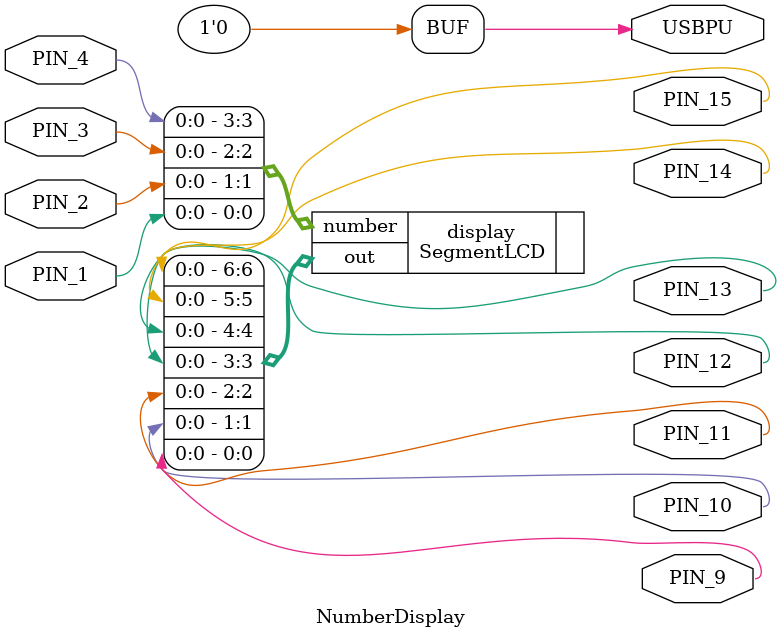
<source format=v>
module NumberDisplay (
	input	PIN_1,
	input	PIN_2,
	input	PIN_3,
	input	PIN_4,
	output	PIN_9,
	output	PIN_10,
	output	PIN_11,
	output	PIN_12,
	output	PIN_13,
	output	PIN_14,
	output	PIN_15,
	output	USBPU
);

	assign	USBPU = 0;

	SegmentLCD	display (
		.number({PIN_4, PIN_3, PIN_2, PIN_1}),
		.out({PIN_15, PIN_14, PIN_13, PIN_12, PIN_11, PIN_10, PIN_9})
	);

endmodule

</source>
